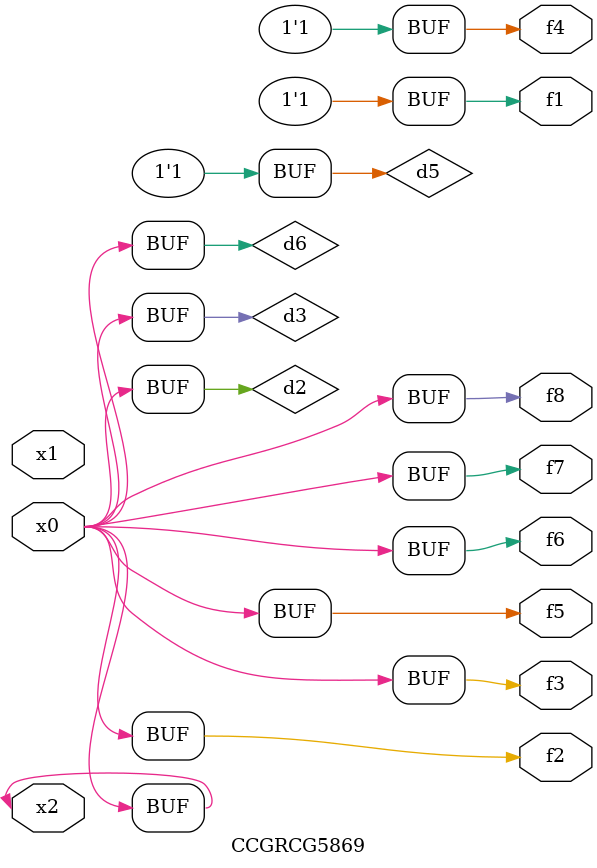
<source format=v>
module CCGRCG5869(
	input x0, x1, x2,
	output f1, f2, f3, f4, f5, f6, f7, f8
);

	wire d1, d2, d3, d4, d5, d6;

	xnor (d1, x2);
	buf (d2, x0, x2);
	and (d3, x0);
	xnor (d4, x1, x2);
	nand (d5, d1, d3);
	buf (d6, d2, d3);
	assign f1 = d5;
	assign f2 = d6;
	assign f3 = d6;
	assign f4 = d5;
	assign f5 = d6;
	assign f6 = d6;
	assign f7 = d6;
	assign f8 = d6;
endmodule

</source>
